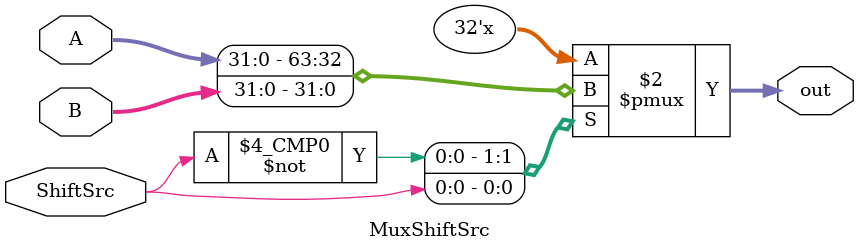
<source format=sv>
module MuxShiftSrc(A, B, out, ShiftSrc);

	input logic [31:0] A, B;
	input logic ShiftSrc;
	output logic [31:0] out;
  
    always @(ShiftSrc)begin
      case(ShiftSrc)
            0: out = A;
            1: out = B;
        endcase
    end
endmodule
</source>
